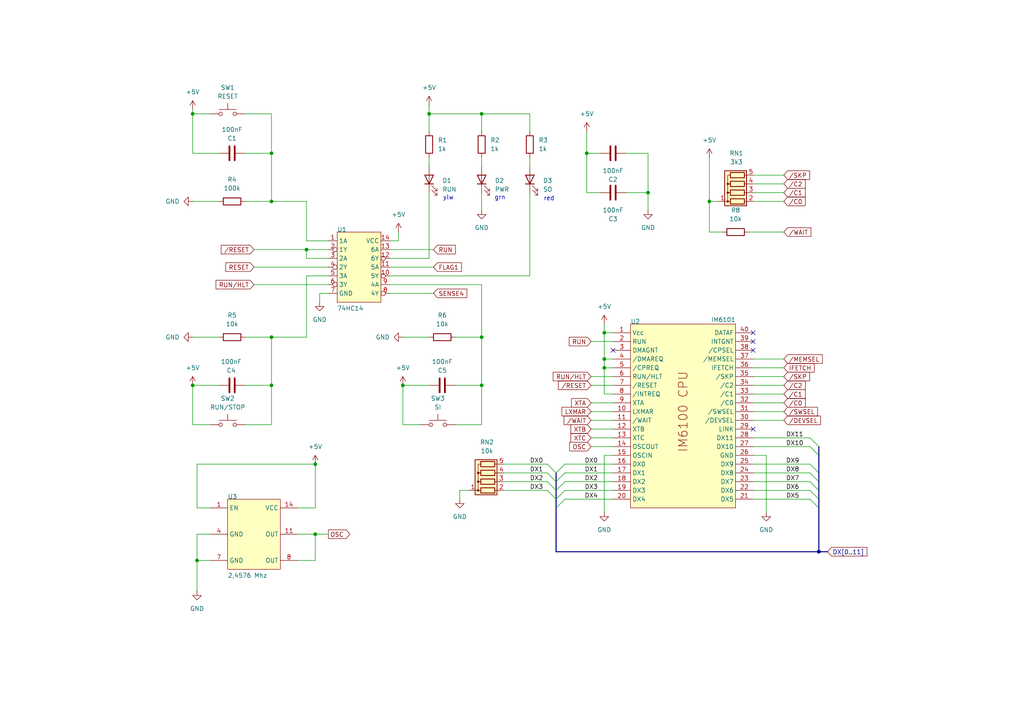
<source format=kicad_sch>
(kicad_sch (version 20250114) (generator "eeschema") (generator_version "9.0")
  (paper "A4")
  (title_block (title "IM6100 SAMPLER mini") (date "2025-04-12"))
  (lib_symbols
    (symbol "Device:C" (pin_numbers (hide yes)) (pin_names (offset 0.254))
      (property "Reference" "C" (at 0.635 2.54 0))
      (property "Value" "C" (at 0.635 -2.54 0))
      (symbol "C_0_1"
        (polyline (pts (xy -2.032 0.762) (xy 2.032 0.762)) (stroke (width 0.508)))
        (polyline (pts (xy -2.032 -0.762) (xy 2.032 -0.762)) (stroke (width 0.508)))
      )
      (symbol "C_1_1"
        (pin passive line (at 0 3.81 270) (length 2.794) (name "~") (number "1"))
        (pin passive line (at 0 -3.81 90) (length 2.794) (name "~") (number "2"))
      )
    )
    (symbol "Device:LED" (pin_numbers (hide yes)) (pin_names (offset 1.016) (hide yes))
      (property "Reference" "D" (at 0 2.54 0))
      (property "Value" "LED" (at 0 -2.54 0))
      (symbol "LED_0_1"
        (polyline (pts (xy -3.048 -0.762) (xy -4.572 -2.286) (xy -3.81 -2.286) (xy -4.572 -2.286) (xy -4.572 -1.524)))
        (polyline (pts (xy -1.778 -0.762) (xy -3.302 -2.286) (xy -2.54 -2.286) (xy -3.302 -2.286) (xy -3.302 -1.524)))
        (polyline (pts (xy -1.27 0) (xy 1.27 0)))
        (polyline (pts (xy -1.27 -1.27) (xy -1.27 1.27)) (stroke (width 0.254)))
        (polyline (pts (xy 1.27 -1.27) (xy 1.27 1.27) (xy -1.27 0) (xy 1.27 -1.27)) (stroke (width 0.254)))
      )
      (symbol "LED_1_1"
        (pin passive line (at -3.81 0 0) (length 2.54) (name "K") (number "1"))
        (pin passive line (at 3.81 0 180) (length 2.54) (name "A") (number "2"))
      )
    )
    (symbol "Device:R" (pin_numbers (hide yes)) (pin_names (offset 0))
      (property "Reference" "R" (at 2.032 0 90))
      (property "Value" "R" (at 0 0 90))
      (symbol "R_0_1"
        (rectangle (start -1.016 -2.54) (end 1.016 2.54) (stroke (width 0.254)))
      )
      (symbol "R_1_1"
        (pin passive line (at 0 3.81 270) (length 1.27) (name "~") (number "1"))
        (pin passive line (at 0 -3.81 90) (length 1.27) (name "~") (number "2"))
      )
    )
    (symbol "Device:R_Network04" (pin_names (offset 0) (hide yes))
      (property "Reference" "RN" (at -7.62 0 90))
      (property "Value" "R_Network04" (at 5.08 0 90))
      (symbol "R_Network04_0_1"
        (rectangle (start -6.35 -3.175) (end 3.81 3.175) (stroke (width 0.254)) (fill (type background)))
        (rectangle (start -5.842 1.524) (end -4.318 -2.54) (stroke (width 0.254)))
        (circle (center -5.08 2.286) (radius 0.254) (fill (type outline)))
        (polyline (pts (xy -5.08 1.524) (xy -5.08 2.286) (xy -2.54 2.286) (xy -2.54 1.524)))
        (polyline (pts (xy -5.08 -2.54) (xy -5.08 -3.81)))
        (rectangle (start -3.302 1.524) (end -1.778 -2.54) (stroke (width 0.254)))
        (circle (center -2.54 2.286) (radius 0.254) (fill (type outline)))
        (polyline (pts (xy -2.54 1.524) (xy -2.54 2.286) (xy 0 2.286) (xy 0 1.524)))
        (polyline (pts (xy -2.54 -2.54) (xy -2.54 -3.81)))
        (rectangle (start -0.762 1.524) (end 0.762 -2.54) (stroke (width 0.254)))
        (circle (center 0 2.286) (radius 0.254) (fill (type outline)))
        (polyline (pts (xy 0 1.524) (xy 0 2.286) (xy 2.54 2.286) (xy 2.54 1.524)))
        (polyline (pts (xy 0 -2.54) (xy 0 -3.81)))
        (rectangle (start 1.778 1.524) (end 3.302 -2.54) (stroke (width 0.254)))
        (polyline (pts (xy 2.54 -2.54) (xy 2.54 -3.81)))
      )
      (symbol "R_Network04_1_1"
        (pin passive line (at -5.08 5.08 270) (length 2.54) (name "common") (number "1"))
        (pin passive line (at -5.08 -5.08 90) (length 1.27) (name "R1") (number "2"))
        (pin passive line (at -2.54 -5.08 90) (length 1.27) (name "R2") (number "3"))
        (pin passive line (at 0 -5.08 90) (length 1.27) (name "R3") (number "4"))
        (pin passive line (at 2.54 -5.08 90) (length 1.27) (name "R4") (number "5"))
      )
    )
    (symbol "IM6100 SAM-easyedapro:74HC14"
      (symbol "74HC14_1_0"
        (rectangle (start -7.62 10.16) (end 5.08 -10.16) (fill (type background)))
        (pin input line (at -10.16 7.62 0) (length 2.54) (name "1A") (number "1"))
        (pin output inverted (at -10.16 5.08 0) (length 2.54) (name "1Y") (number "2"))
        (pin input line (at -10.16 2.54 0) (length 2.54) (name "2A") (number "3"))
        (pin output inverted (at -10.16 0 0) (length 2.54) (name "2Y") (number "4"))
        (pin input line (at -10.16 -2.54 0) (length 2.54) (name "3A") (number "5"))
        (pin output inverted (at -10.16 -5.08 0) (length 2.54) (name "3Y") (number "6"))
        (pin power_in line (at -10.16 -7.62 0) (length 2.54) (name "GND") (number "7"))
        (pin power_in line (at 7.62 7.62 180) (length 2.54) (name "VCC") (number "14"))
        (pin input line (at 7.62 5.08 180) (length 2.54) (name "6A") (number "13"))
        (pin output inverted (at 7.62 2.54 180) (length 2.54) (name "6Y") (number "12"))
        (pin input line (at 7.62 0 180) (length 2.54) (name "5A") (number "11"))
        (pin output inverted (at 7.62 -2.54 180) (length 2.54) (name "5Y") (number "10"))
        (pin input line (at 7.62 -5.08 180) (length 2.54) (name "4A") (number "9"))
        (pin output inverted (at 7.62 -7.62 180) (length 2.54) (name "4Y") (number "8"))
      )
    )
    (symbol "IM6100 SAM-easyedapro:IM6100"
      (symbol "IM6100_1_0"
        (rectangle (start -15.24 25.4) (end 15.24 -27.94) (fill (type background)))
        (text "IM6100 CPU" (at 0 0 900) (effects (font (size 2.54 2.54))))
        (pin power_in line (at -20.32 22.86 0) (length 5.08) (name "Vcc") (number "1"))
        (pin output line (at -20.32 20.32 0) (length 5.08) (name "RUN") (number "2"))
        (pin output line (at -20.32 17.78 0) (length 5.08) (name "DMAGNT") (number "3"))
        (pin input line (at -20.32 15.24 0) (length 5.08) (name "/DMAREQ") (number "4"))
        (pin input line (at -20.32 12.7 0) (length 5.08) (name "/CPREQ") (number "5"))
        (pin input line (at -20.32 10.16 0) (length 5.08) (name "RUN/HLT") (number "6"))
        (pin input line (at -20.32 7.62 0) (length 5.08) (name "/RESET") (number "7"))
        (pin input line (at -20.32 5.08 0) (length 5.08) (name "/INTREQ") (number "8"))
        (pin output line (at -20.32 2.54 0) (length 5.08) (name "XTA") (number "9"))
        (pin output line (at -20.32 0 0) (length 5.08) (name "LXMAR") (number "10"))
        (pin input line (at -20.32 -2.54 0) (length 5.08) (name "/WAIT") (number "11"))
        (pin output line (at -20.32 -5.08 0) (length 5.08) (name "XTB") (number "12"))
        (pin output line (at -20.32 -7.62 0) (length 5.08) (name "XTC") (number "13"))
        (pin input line (at -20.32 -10.16 0) (length 5.08) (name "OSCOUT") (number "14"))
        (pin input line (at -20.32 -12.7 0) (length 5.08) (name "OSCIN") (number "15"))
        (pin tri_state line (at -20.32 -15.24 0) (length 5.08) (name "DX0") (number "16"))
        (pin tri_state line (at -20.32 -17.78 0) (length 5.08) (name "DX1") (number "17"))
        (pin tri_state line (at -20.32 -20.32 0) (length 5.08) (name "DX2") (number "18"))
        (pin tri_state line (at -20.32 -22.86 0) (length 5.08) (name "DX3") (number "19"))
        (pin tri_state line (at -20.32 -25.4 0) (length 5.08) (name "DX4") (number "20"))
        (pin output line (at 20.32 22.86 180) (length 5.08) (name "DATAF") (number "40"))
        (pin output line (at 20.32 20.32 180) (length 5.08) (name "INTGNT") (number "39"))
        (pin output line (at 20.32 17.78 180) (length 5.08) (name "/CPSEL") (number "38"))
        (pin output line (at 20.32 15.24 180) (length 5.08) (name "/MEMSEL") (number "37"))
        (pin output line (at 20.32 12.7 180) (length 5.08) (name "IFETCH") (number "36"))
        (pin input line (at 20.32 10.16 180) (length 5.08) (name "/SKP") (number "35"))
        (pin input line (at 20.32 7.62 180) (length 5.08) (name "/C2") (number "34"))
        (pin input line (at 20.32 5.08 180) (length 5.08) (name "/C1") (number "33"))
        (pin input line (at 20.32 2.54 180) (length 5.08) (name "/C0") (number "32"))
        (pin output line (at 20.32 0 180) (length 5.08) (name "/SWSEL") (number "31"))
        (pin output line (at 20.32 -2.54 180) (length 5.08) (name "/DEVSEL") (number "30"))
        (pin output line (at 20.32 -5.08 180) (length 5.08) (name "LINK") (number "29"))
        (pin tri_state line (at 20.32 -7.62 180) (length 5.08) (name "DX11") (number "28"))
        (pin tri_state line (at 20.32 -10.16 180) (length 5.08) (name "DX10") (number "27"))
        (pin power_in line (at 20.32 -12.7 180) (length 5.08) (name "GND") (number "26"))
        (pin tri_state line (at 20.32 -15.24 180) (length 5.08) (name "DX9") (number "25"))
        (pin tri_state line (at 20.32 -17.78 180) (length 5.08) (name "DX8") (number "24"))
        (pin tri_state line (at 20.32 -20.32 180) (length 5.08) (name "DX7") (number "23"))
        (pin tri_state line (at 20.32 -22.86 180) (length 5.08) (name "DX6") (number "22"))
        (pin tri_state line (at 20.32 -25.4 180) (length 5.08) (name "DX5") (number "21"))
      )
    )
    (symbol "IM6100 SAM-easyedapro:chip oscillator"
      (symbol "chip oscillator_1_0"
        (rectangle (start -7.62 10.16) (end 7.62 -10.16) (fill (type background)))
        (pin input line (at -12.7 7.62 0) (length 5.08) (name "EN") (number "1"))
        (pin power_in line (at -12.7 0 0) (length 5.08) (name "GND") (number "4"))
        (pin power_in line (at -12.7 -7.62 0) (length 5.08) (name "GND") (number "7"))
        (pin power_in line (at 12.7 7.62 180) (length 5.08) (name "VCC") (number "14"))
        (pin output line (at 12.7 0 180) (length 5.08) (name "OUT") (number "11"))
        (pin output line (at 12.7 -7.62 180) (length 5.08) (name "OUT") (number "8"))
      )
    )
    (symbol "Switch:SW_Push" (pin_numbers (hide yes)) (pin_names (offset 1.016) (hide yes))
      (property "Reference" "SW" (at 1.27 2.54 0))
      (property "Value" "SW_Push" (at 0 -1.524 0))
      (symbol "SW_Push_0_1"
        (circle (center -2.032 0) (radius 0.508))
        (polyline (pts (xy 0 1.27) (xy 0 3.048)))
        (circle (center 2.032 0) (radius 0.508))
        (polyline (pts (xy 2.54 1.27) (xy -2.54 1.27)))
        (pin passive line (at -5.08 0 0) (length 2.54) (name "1") (number "1"))
        (pin passive line (at 5.08 0 180) (length 2.54) (name "2") (number "2"))
      )
    )
    (symbol "power:+5V" (power) (pin_numbers (hide yes)) (pin_names (offset 0) (hide yes))
      (property "Value" "+5V" (at 0 3.556 0))
      (symbol "+5V_0_1"
        (polyline (pts (xy -0.762 1.27) (xy 0 2.54)))
        (polyline (pts (xy 0 2.54) (xy 0.762 1.27)))
        (polyline (pts (xy 0 0) (xy 0 2.54)))
      )
      (symbol "+5V_1_1"
        (pin power_in line (at 0 0 90) (length 0) (name "~") (number "1"))
      )
    )
    (symbol "power:GND" (power) (pin_numbers (hide yes)) (pin_names (offset 0) (hide yes))
      (property "Value" "GND" (at 0 -3.81 0))
      (symbol "GND_0_1"
        (polyline (pts (xy 0 0) (xy 0 -1.27) (xy 1.27 -1.27) (xy 0 -2.54) (xy -1.27 -1.27) (xy 0 -1.27)))
      )
      (symbol "GND_1_1"
        (pin power_in line (at 0 0 270) (length 0) (name "~") (number "1"))
      )
    )
  )
  (text "grn" (at 145.034 57.404 0) (effects (font (size 1.27 1.27))))
  (text "ylw" (at 130.048 57.404 0) (effects (font (size 1.27 1.27))))
  (text "red" (at 159.258 57.658 0) (effects (font (size 1.27 1.27))))
  (junction (at 57.15 162.56))
  (junction (at 78.74 44.45))
  (junction (at 78.74 97.79))
  (junction (at 175.26 104.14))
  (junction (at 237.49 160.02))
  (junction (at 139.7 97.79))
  (junction (at 187.96 55.88))
  (junction (at 124.46 33.02))
  (junction (at 205.74 58.42))
  (junction (at 88.9 72.39))
  (junction (at 91.44 134.62))
  (junction (at 55.88 111.76))
  (junction (at 78.74 58.42))
  (junction (at 175.26 106.68))
  (junction (at 175.26 96.52))
  (junction (at 116.84 111.76))
  (junction (at 55.88 33.02))
  (junction (at 139.7 33.02))
  (junction (at 78.74 111.76))
  (junction (at 139.7 111.76))
  (junction (at 170.18 44.45))
  (junction (at 91.44 154.94))
  (no_connect (at 218.44 96.52))
  (no_connect (at 218.44 101.6))
  (no_connect (at 218.44 124.46))
  (no_connect (at 177.8 101.6))
  (no_connect (at 218.44 99.06))
  (bus_entry (at 234.95 142.24) (size 2.54 2.54))
  (bus_entry (at 163.83 142.24) (size -2.54 2.54))
  (bus_entry (at 163.83 134.62) (size -2.54 2.54))
  (bus_entry (at 234.95 127) (size 2.54 2.54))
  (bus_entry (at 161.29 147.32) (size 2.54 -2.54))
  (bus_entry (at 234.95 134.62) (size 2.54 2.54))
  (bus_entry (at 158.75 134.62) (size 2.54 2.54))
  (bus_entry (at 158.75 137.16) (size 2.54 2.54))
  (bus_entry (at 234.95 137.16) (size 2.54 2.54))
  (bus_entry (at 158.75 142.24) (size 2.54 2.54))
  (bus_entry (at 234.95 139.7) (size 2.54 2.54))
  (bus_entry (at 163.83 137.16) (size -2.54 2.54))
  (bus_entry (at 163.83 139.7) (size -2.54 2.54))
  (bus_entry (at 158.75 139.7) (size 2.54 2.54))
  (bus_entry (at 234.95 129.54) (size 2.54 2.54))
  (bus_entry (at 234.95 144.78) (size 2.54 2.54))
  (wire (pts (xy 227.33 104.14) (xy 218.44 104.14)))
  (wire (pts (xy 187.96 60.96) (xy 187.96 55.88)))
  (wire (pts (xy 115.57 69.85) (xy 113.03 69.85)))
  (wire (pts (xy 139.7 82.55) (xy 113.03 82.55)))
  (wire (pts (xy 234.95 137.16) (xy 218.44 137.16)))
  (wire (pts (xy 60.96 154.94) (xy 57.15 154.94)))
  (bus (pts (xy 237.49 139.7) (xy 237.49 142.24)))
  (wire (pts (xy 139.7 111.76) (xy 139.7 123.19)))
  (wire (pts (xy 171.45 121.92) (xy 177.8 121.92)))
  (wire (pts (xy 163.83 142.24) (xy 177.8 142.24)))
  (bus (pts (xy 237.49 142.24) (xy 237.49 144.78)))
  (wire (pts (xy 124.46 33.02) (xy 139.7 33.02)))
  (wire (pts (xy 218.44 111.76) (xy 227.33 111.76)))
  (wire (pts (xy 153.67 55.88) (xy 153.67 80.01)))
  (wire (pts (xy 133.35 144.78) (xy 133.35 142.24)))
  (wire (pts (xy 55.88 44.45) (xy 55.88 33.02)))
  (wire (pts (xy 115.57 67.31) (xy 115.57 69.85)))
  (wire (pts (xy 95.25 82.55) (xy 73.66 82.55)))
  (wire (pts (xy 170.18 44.45) (xy 170.18 38.1)))
  (wire (pts (xy 171.45 109.22) (xy 177.8 109.22)))
  (wire (pts (xy 234.95 139.7) (xy 218.44 139.7)))
  (wire (pts (xy 132.08 123.19) (xy 139.7 123.19)))
  (wire (pts (xy 78.74 97.79) (xy 78.74 111.76)))
  (wire (pts (xy 139.7 45.72) (xy 139.7 48.26)))
  (wire (pts (xy 177.8 129.54) (xy 171.45 129.54)))
  (wire (pts (xy 146.05 137.16) (xy 158.75 137.16)))
  (wire (pts (xy 78.74 123.19) (xy 78.74 111.76)))
  (wire (pts (xy 124.46 45.72) (xy 124.46 48.26)))
  (wire (pts (xy 55.88 58.42) (xy 63.5 58.42)))
  (wire (pts (xy 146.05 142.24) (xy 158.75 142.24)))
  (wire (pts (xy 78.74 58.42) (xy 88.9 58.42)))
  (wire (pts (xy 116.84 97.79) (xy 124.46 97.79)))
  (wire (pts (xy 177.8 114.3) (xy 175.26 114.3)))
  (wire (pts (xy 227.33 119.38) (xy 218.44 119.38)))
  (wire (pts (xy 78.74 97.79) (xy 88.9 97.79)))
  (wire (pts (xy 116.84 111.76) (xy 124.46 111.76)))
  (wire (pts (xy 177.8 132.08) (xy 175.26 132.08)))
  (wire (pts (xy 175.26 96.52) (xy 175.26 93.98)))
  (wire (pts (xy 88.9 72.39) (xy 95.25 72.39)))
  (wire (pts (xy 139.7 97.79) (xy 139.7 82.55)))
  (wire (pts (xy 73.66 72.39) (xy 88.9 72.39)))
  (wire (pts (xy 78.74 111.76) (xy 71.12 111.76)))
  (wire (pts (xy 88.9 80.01) (xy 95.25 80.01)))
  (wire (pts (xy 177.8 104.14) (xy 175.26 104.14)))
  (wire (pts (xy 116.84 123.19) (xy 116.84 111.76)))
  (wire (pts (xy 55.88 44.45) (xy 63.5 44.45)))
  (wire (pts (xy 88.9 69.85) (xy 95.25 69.85)))
  (wire (pts (xy 146.05 139.7) (xy 158.75 139.7)))
  (wire (pts (xy 91.44 154.94) (xy 95.25 154.94)))
  (wire (pts (xy 88.9 74.93) (xy 88.9 72.39)))
  (wire (pts (xy 57.15 147.32) (xy 60.96 147.32)))
  (wire (pts (xy 78.74 44.45) (xy 78.74 58.42)))
  (wire (pts (xy 170.18 55.88) (xy 170.18 44.45)))
  (wire (pts (xy 95.25 74.93) (xy 88.9 74.93)))
  (wire (pts (xy 163.83 137.16) (xy 177.8 137.16)))
  (wire (pts (xy 55.88 33.02) (xy 60.96 33.02)))
  (wire (pts (xy 78.74 123.19) (xy 71.12 123.19)))
  (wire (pts (xy 121.92 123.19) (xy 116.84 123.19)))
  (wire (pts (xy 177.8 106.68) (xy 175.26 106.68)))
  (bus (pts (xy 161.29 160.02) (xy 237.49 160.02)))
  (wire (pts (xy 113.03 77.47) (xy 125.73 77.47)))
  (wire (pts (xy 71.12 44.45) (xy 78.74 44.45)))
  (wire (pts (xy 173.99 55.88) (xy 170.18 55.88)))
  (wire (pts (xy 91.44 162.56) (xy 86.36 162.56)))
  (wire (pts (xy 222.25 132.08) (xy 222.25 148.59)))
  (wire (pts (xy 124.46 55.88) (xy 124.46 74.93)))
  (wire (pts (xy 92.71 85.09) (xy 92.71 87.63)))
  (bus (pts (xy 161.29 137.16) (xy 161.29 139.7)))
  (wire (pts (xy 55.88 111.76) (xy 63.5 111.76)))
  (wire (pts (xy 205.74 67.31) (xy 209.55 67.31)))
  (wire (pts (xy 139.7 55.88) (xy 139.7 60.96)))
  (wire (pts (xy 205.74 45.72) (xy 205.74 58.42)))
  (wire (pts (xy 181.61 55.88) (xy 187.96 55.88)))
  (wire (pts (xy 139.7 33.02) (xy 139.7 38.1)))
  (wire (pts (xy 227.33 106.68) (xy 218.44 106.68)))
  (bus (pts (xy 237.49 129.54) (xy 237.49 132.08)))
  (wire (pts (xy 171.45 99.06) (xy 177.8 99.06)))
  (wire (pts (xy 205.74 58.42) (xy 205.74 67.31)))
  (wire (pts (xy 57.15 134.62) (xy 57.15 147.32)))
  (wire (pts (xy 55.88 97.79) (xy 63.5 97.79)))
  (wire (pts (xy 113.03 74.93) (xy 124.46 74.93)))
  (bus (pts (xy 237.49 132.08) (xy 237.49 137.16)))
  (wire (pts (xy 217.17 67.31) (xy 227.33 67.31)))
  (wire (pts (xy 132.08 111.76) (xy 139.7 111.76)))
  (wire (pts (xy 171.45 111.76) (xy 177.8 111.76)))
  (bus (pts (xy 161.29 147.32) (xy 161.29 160.02)))
  (wire (pts (xy 173.99 44.45) (xy 170.18 44.45)))
  (wire (pts (xy 218.44 53.34) (xy 227.33 53.34)))
  (bus (pts (xy 161.29 139.7) (xy 161.29 142.24)))
  (wire (pts (xy 78.74 33.02) (xy 71.12 33.02)))
  (wire (pts (xy 163.83 134.62) (xy 177.8 134.62)))
  (wire (pts (xy 146.05 134.62) (xy 158.75 134.62)))
  (wire (pts (xy 55.88 31.75) (xy 55.88 33.02)))
  (wire (pts (xy 78.74 58.42) (xy 71.12 58.42)))
  (wire (pts (xy 139.7 111.76) (xy 139.7 97.79)))
  (bus (pts (xy 237.49 137.16) (xy 237.49 139.7)))
  (wire (pts (xy 78.74 33.02) (xy 78.74 44.45)))
  (wire (pts (xy 153.67 48.26) (xy 153.67 45.72)))
  (wire (pts (xy 71.12 97.79) (xy 78.74 97.79)))
  (wire (pts (xy 234.95 134.62) (xy 218.44 134.62)))
  (wire (pts (xy 73.66 77.47) (xy 95.25 77.47)))
  (wire (pts (xy 175.26 104.14) (xy 175.26 96.52)))
  (wire (pts (xy 177.8 119.38) (xy 171.45 119.38)))
  (wire (pts (xy 95.25 85.09) (xy 92.71 85.09)))
  (bus (pts (xy 237.49 160.02) (xy 240.03 160.02)))
  (wire (pts (xy 171.45 124.46) (xy 177.8 124.46)))
  (wire (pts (xy 234.95 142.24) (xy 218.44 142.24)))
  (wire (pts (xy 91.44 154.94) (xy 91.44 162.56)))
  (wire (pts (xy 113.03 85.09) (xy 125.73 85.09)))
  (wire (pts (xy 86.36 147.32) (xy 91.44 147.32)))
  (wire (pts (xy 227.33 109.22) (xy 218.44 109.22)))
  (wire (pts (xy 218.44 116.84) (xy 227.33 116.84)))
  (wire (pts (xy 86.36 154.94) (xy 91.44 154.94)))
  (wire (pts (xy 153.67 33.02) (xy 153.67 38.1)))
  (wire (pts (xy 175.26 106.68) (xy 175.26 104.14)))
  (wire (pts (xy 153.67 33.02) (xy 139.7 33.02)))
  (wire (pts (xy 55.88 123.19) (xy 60.96 123.19)))
  (wire (pts (xy 227.33 50.8) (xy 218.44 50.8)))
  (bus (pts (xy 237.49 144.78) (xy 237.49 147.32)))
  (wire (pts (xy 227.33 114.3) (xy 218.44 114.3)))
  (wire (pts (xy 139.7 97.79) (xy 132.08 97.79)))
  (wire (pts (xy 187.96 44.45) (xy 187.96 55.88)))
  (wire (pts (xy 88.9 97.79) (xy 88.9 80.01)))
  (wire (pts (xy 171.45 116.84) (xy 177.8 116.84)))
  (wire (pts (xy 218.44 58.42) (xy 227.33 58.42)))
  (wire (pts (xy 91.44 147.32) (xy 91.44 134.62)))
  (wire (pts (xy 177.8 96.52) (xy 175.26 96.52)))
  (wire (pts (xy 175.26 132.08) (xy 175.26 148.59)))
  (wire (pts (xy 124.46 33.02) (xy 124.46 38.1)))
  (wire (pts (xy 227.33 55.88) (xy 218.44 55.88)))
  (bus (pts (xy 237.49 147.32) (xy 237.49 160.02)))
  (bus (pts (xy 161.29 142.24) (xy 161.29 144.78)))
  (wire (pts (xy 181.61 44.45) (xy 187.96 44.45)))
  (wire (pts (xy 177.8 127) (xy 171.45 127)))
  (wire (pts (xy 57.15 154.94) (xy 57.15 162.56)))
  (wire (pts (xy 113.03 72.39) (xy 125.73 72.39)))
  (wire (pts (xy 175.26 114.3) (xy 175.26 106.68)))
  (wire (pts (xy 133.35 142.24) (xy 135.89 142.24)))
  (wire (pts (xy 91.44 134.62) (xy 57.15 134.62)))
  (wire (pts (xy 234.95 144.78) (xy 218.44 144.78)))
  (wire (pts (xy 60.96 162.56) (xy 57.15 162.56)))
  (wire (pts (xy 227.33 121.92) (xy 218.44 121.92)))
  (wire (pts (xy 205.74 58.42) (xy 208.28 58.42)))
  (bus (pts (xy 161.29 144.78) (xy 161.29 147.32)))
  (wire (pts (xy 124.46 33.02) (xy 124.46 30.48)))
  (wire (pts (xy 57.15 171.45) (xy 57.15 162.56)))
  (wire (pts (xy 55.88 111.76) (xy 55.88 123.19)))
  (wire (pts (xy 163.83 139.7) (xy 177.8 139.7)))
  (wire (pts (xy 218.44 132.08) (xy 222.25 132.08)))
  (wire (pts (xy 234.95 127) (xy 218.44 127)))
  (wire (pts (xy 153.67 80.01) (xy 113.03 80.01)))
  (wire (pts (xy 234.95 129.54) (xy 218.44 129.54)))
  (wire (pts (xy 88.9 58.42) (xy 88.9 69.85)))
  (wire (pts (xy 163.83 144.78) (xy 177.8 144.78)))
  (label "DX7" (at 227.965 139.7 0))
  (label "DX8" (at 227.965 137.16 0))
  (label "DX1" (at 169.545 137.16 0))
  (label "DX3" (at 169.545 142.24 0))
  (label "DX2" (at 169.545 139.7 0))
  (label "DX5" (at 227.965 144.78 0))
  (label "DX4" (at 169.545 144.78 0))
  (label "DX9" (at 227.965 134.62 0))
  (label "DX11" (at 227.965 127 0))
  (label "DX6" (at 227.965 142.24 0))
  (label "DX3" (at 153.67 142.24 0))
  (label "DX0" (at 169.545 134.62 0))
  (label "DX2" (at 153.67 139.7 0))
  (label "DX0" (at 153.67 134.62 0))
  (label "DX1" (at 153.67 137.16 0))
  (label "DX10" (at 227.965 129.54 0))
  (global_label "RUN" (shape input) (at 171.45 99.06 180) (property "Intersheetrefs" "${INTERSHEET_REFS}" (effects (hide yes))))
  (global_label "RUN/HLT" (shape input) (at 171.45 109.22 180) (property "Intersheetrefs" "${INTERSHEET_REFS}" (effects (hide yes))))
  (global_label "/C1" (shape input) (at 227.33 114.3 0) (property "Intersheetrefs" "${INTERSHEET_REFS}" (effects (hide yes))))
  (global_label "{slash}WAIT" (shape input) (at 171.45 121.92 180) (property "Intersheetrefs" "${INTERSHEET_REFS}" (effects (hide yes))))
  (global_label "/C0" (shape input) (at 227.33 58.42 0) (property "Intersheetrefs" "${INTERSHEET_REFS}" (effects (hide yes))))
  (global_label "/C0" (shape input) (at 227.33 116.84 0) (property "Intersheetrefs" "${INTERSHEET_REFS}" (effects (hide yes))))
  (global_label "/RESET" (shape input) (at 171.45 111.76 180) (property "Intersheetrefs" "${INTERSHEET_REFS}" (effects (hide yes))))
  (global_label "/RESET" (shape input) (at 73.66 72.39 180) (property "Intersheetrefs" "${INTERSHEET_REFS}" (effects (hide yes))))
  (global_label "/SWSEL" (shape input) (at 227.33 119.38 0) (property "Intersheetrefs" "${INTERSHEET_REFS}" (effects (hide yes))))
  (global_label "/DEVSEL" (shape input) (at 227.33 121.92 0) (property "Intersheetrefs" "${INTERSHEET_REFS}" (effects (hide yes))))
  (global_label "RUN" (shape input) (at 125.73 72.39 0) (property "Intersheetrefs" "${INTERSHEET_REFS}" (effects (hide yes))))
  (global_label "/C1" (shape input) (at 227.33 55.88 0) (property "Intersheetrefs" "${INTERSHEET_REFS}" (effects (hide yes))))
  (global_label "/SKP" (shape input) (at 227.33 109.22 0) (property "Intersheetrefs" "${INTERSHEET_REFS}" (effects (hide yes))))
  (global_label "{slash}WAIT" (shape input) (at 227.33 67.31 0) (property "Intersheetrefs" "${INTERSHEET_REFS}" (effects (hide yes))))
  (global_label "OSC" (shape input) (at 171.45 129.54 180) (property "Intersheetrefs" "${INTERSHEET_REFS}" (effects (hide yes))))
  (global_label "/C2" (shape input) (at 227.33 111.76 0) (property "Intersheetrefs" "${INTERSHEET_REFS}" (effects (hide yes))))
  (global_label "XTB" (shape input) (at 171.45 124.46 180) (property "Intersheetrefs" "${INTERSHEET_REFS}" (effects (hide yes))))
  (global_label "/SKP" (shape input) (at 227.33 50.8 0) (property "Intersheetrefs" "${INTERSHEET_REFS}" (effects (hide yes))))
  (global_label "XTC" (shape input) (at 171.45 127 180) (property "Intersheetrefs" "${INTERSHEET_REFS}" (effects (hide yes))))
  (global_label "RESET" (shape input) (at 73.66 77.47 180) (property "Intersheetrefs" "${INTERSHEET_REFS}" (effects (hide yes))))
  (global_label "LXMAR" (shape input) (at 171.45 119.38 180) (property "Intersheetrefs" "${INTERSHEET_REFS}" (effects (hide yes))))
  (global_label "OSC" (shape output) (at 95.25 154.94 0) (property "Intersheetrefs" "${INTERSHEET_REFS}" (effects (hide yes))))
  (global_label "SENSE4" (shape input) (at 125.73 85.09 0) (property "Intersheetrefs" "${INTERSHEET_REFS}" (effects (hide yes))))
  (global_label "XTA" (shape input) (at 171.45 116.84 180) (property "Intersheetrefs" "${INTERSHEET_REFS}" (effects (hide yes))))
  (global_label "FLAG1" (shape input) (at 125.73 77.47 0) (property "Intersheetrefs" "${INTERSHEET_REFS}" (effects (hide yes))))
  (global_label "RUN/HLT" (shape input) (at 73.66 82.55 180) (property "Intersheetrefs" "${INTERSHEET_REFS}" (effects (hide yes))))
  (global_label "DX[0..11]" (shape input) (at 240.03 160.02 0) (property "Intersheetrefs" "${INTERSHEET_REFS}" (effects (hide yes))))
  (global_label "/MEMSEL" (shape input) (at 227.33 104.14 0) (property "Intersheetrefs" "${INTERSHEET_REFS}" (effects (hide yes))))
  (global_label "/C2" (shape input) (at 227.33 53.34 0) (property "Intersheetrefs" "${INTERSHEET_REFS}" (effects (hide yes))))
  (global_label "IFETCH" (shape input) (at 227.33 106.68 0) (property "Intersheetrefs" "${INTERSHEET_REFS}" (effects (hide yes))))
  (symbol (lib_id "Device:R") (at 153.67 41.91 0) (unit 1)
    (property "Reference" "R3" (at 156.21 40.6399 0) (effects (justify left)))
    (property "Value" "1k" (at 156.21 43.1799 0) (effects (justify left)))
    (property "Footprint" "Resistor_THT:R_Axial_DIN0207_L6.3mm_D2.5mm_P7.62mm_Horizontal" (effects (hide yes)))
    (property "Description" "Resistor" (effects (hide yes)))
  )
  (symbol (lib_id "power:GND") (at 133.35 144.78 0) (unit 1)
    (property "Reference" "#PWR016" (effects (hide yes)))
    (property "Value" "GND" (at 133.35 149.86 0))
    (property "Description" "Power symbol creates a global label with name \"GND\" , ground" (effects (hide yes)))
  )
  (symbol (lib_id "Device:C") (at 177.8 55.88 270) (unit 1)
    (property "Reference" "C3" (at 177.8 63.5 90))
    (property "Value" "100nF" (at 177.8 60.96 90))
    (property "Footprint" "Capacitor_THT:C_Disc_D5.0mm_W2.5mm_P2.50mm" (effects (hide yes)))
    (property "Description" "Unpolarized capacitor" (effects (hide yes)))
  )
  (symbol (lib_id "Device:C") (at 128.27 111.76 270) (unit 1)
    (property "Reference" "C5" (at 128.27 107.442 90))
    (property "Value" "100nF" (at 128.27 104.902 90))
    (property "Footprint" "Capacitor_THT:C_Disc_D5.0mm_W2.5mm_P2.50mm" (effects (hide yes)))
    (property "Description" "Unpolarized capacitor" (effects (hide yes)))
  )
  (symbol (lib_id "power:+5V") (at 55.88 111.76 0) (unit 1)
    (property "Reference" "#PWR013" (effects (hide yes)))
    (property "Value" "+5V" (at 55.88 106.68 0))
    (property "Description" "Power symbol creates a global label with name \"+5V\"" (effects (hide yes)))
  )
  (symbol (lib_id "power:GND") (at 55.88 58.42 270) (unit 1)
    (property "Reference" "#PWR05" (effects (hide yes)))
    (property "Value" "GND" (at 52.07 58.4199 90) (effects (justify right)))
    (property "Description" "Power symbol creates a global label with name \"GND\" , ground" (effects (hide yes)))
  )
  (symbol (lib_id "Device:C") (at 67.31 111.76 270) (unit 1)
    (property "Reference" "C4" (at 67.056 107.442 90))
    (property "Value" "100nF" (at 67.056 104.902 90))
    (property "Footprint" "Capacitor_THT:C_Disc_D5.0mm_W2.5mm_P2.50mm" (effects (hide yes)))
    (property "Description" "Unpolarized capacitor" (effects (hide yes)))
  )
  (symbol (lib_id "power:GND") (at 187.96 60.96 0) (unit 1)
    (property "Reference" "#PWR07" (effects (hide yes)))
    (property "Value" "GND" (at 187.96 66.04 0))
    (property "Description" "Power symbol creates a global label with name \"GND\" , ground" (effects (hide yes)))
  )
  (symbol (lib_id "IM6100 SAM-easyedapro:74HC14") (at 105.41 77.47 0) (unit 1)
    (property "Reference" "U1" (at 97.79 67.31 0) (effects (justify left bottom)))
    (property "Value" "74HC14" (at 97.79 90.17 0) (effects (justify left bottom)))
    (property "Footprint" "Package_DIP:DIP-14_W7.62mm_Socket" (effects (hide yes)))
    (property "Datasheet" "https://atta.szlcsc.com/upload/public/pdf/source/20220119/8A6DF41F34F70AE1B9D56EBF7D41DE0F.pdf" (effects (hide yes)))
    (property "Description" "Input Type:Schmitt Trigger Voltage - Supply:2V~6V Voltage - Supply:2V~6V Current - Supply:2uA Number of Circuits:6 Operating Temperature:-40°C~+85°C Operating Temperature:-40°C~+85°C" (effects (hide yes)))
    (property "Manufacturer Part" " " (effects (hide yes)))
    (property "Manufacturer" " " (effects (hide yes)))
    (property "Supplier Part" " " (effects (hide yes)))
    (property "Supplier" " " (effects (hide yes)))
    (property "LCSC Part Name" " " (effects (hide yes)))
  )
  (symbol (lib_id "power:GND") (at 139.7 60.96 0) (unit 1)
    (property "Reference" "#PWR06" (effects (hide yes)))
    (property "Value" "GND" (at 139.7 66.04 0))
    (property "Description" "Power symbol creates a global label with name \"GND\" , ground" (effects (hide yes)))
  )
  (symbol (lib_id "Device:R") (at 124.46 41.91 0) (unit 1)
    (property "Reference" "R1" (at 127 40.6399 0) (effects (justify left)))
    (property "Value" "1k" (at 127 43.1799 0) (effects (justify left)))
    (property "Footprint" "Resistor_THT:R_Axial_DIN0207_L6.3mm_D2.5mm_P7.62mm_Horizontal" (effects (hide yes)))
    (property "Description" "Resistor" (effects (hide yes)))
  )
  (symbol (lib_id "Switch:SW_Push") (at 66.04 33.02 0) (unit 1)
    (property "Reference" "SW1" (at 66.04 25.4 0))
    (property "Value" "RESET" (at 66.04 27.94 0))
    (property "Footprint" "Button_Switch_THT:SW_PUSH_1P1T_6x3.5mm_H5.0_APEM_MJTP1250" (effects (hide yes)))
    (property "Description" "Push button switch, generic, two pins" (effects (hide yes)))
  )
  (symbol (lib_id "Device:LED") (at 139.7 52.07 90) (unit 1)
    (property "Reference" "D2" (at 143.51 52.3874 90) (effects (justify right)))
    (property "Value" "PWR" (at 143.51 54.9274 90) (effects (justify right)))
    (property "Footprint" "LED_THT:LED_D3.0mm" (effects (hide yes)))
    (property "Description" "Light emitting diode" (effects (hide yes)))
    (property "Sim.Pins" "1=K 2=A" (effects (hide yes)))
  )
  (symbol (lib_id "Device:R") (at 67.31 58.42 90) (unit 1)
    (property "Reference" "R4" (at 67.31 52.07 90))
    (property "Value" "100k" (at 67.31 54.61 90))
    (property "Footprint" "Resistor_THT:R_Axial_DIN0207_L6.3mm_D2.5mm_P7.62mm_Horizontal" (effects (hide yes)))
    (property "Description" "Resistor" (effects (hide yes)))
  )
  (symbol (lib_id "power:+5V") (at 116.84 111.76 0) (unit 1)
    (property "Reference" "#PWR014" (effects (hide yes)))
    (property "Value" "+5V" (at 116.84 106.68 0))
    (property "Description" "Power symbol creates a global label with name \"+5V\"" (effects (hide yes)))
  )
  (symbol (lib_id "IM6100 SAM-easyedapro:IM6100") (at 198.12 119.38 0) (unit 1)
    (property "Reference" "U2" (at 182.88 93.98 0) (effects (justify left bottom)))
    (property "Value" "IM6101" (at 206.248 93.472 0) (effects (justify left bottom)))
    (property "Footprint" "Package_DIP:DIP-40_W15.24mm_Socket" (effects (hide yes)))
    (property "Description" "Intersil IM6100 CMOS 12bit microprocessor (PDP-8 compatible)" (effects (hide yes)))
  )
  (symbol (lib_id "Device:R") (at 67.31 97.79 90) (unit 1)
    (property "Reference" "R5" (at 67.31 91.44 90))
    (property "Value" "10k" (at 67.31 93.98 90))
    (property "Footprint" "Resistor_THT:R_Axial_DIN0207_L6.3mm_D2.5mm_P7.62mm_Horizontal" (effects (hide yes)))
    (property "Description" "Resistor" (effects (hide yes)))
  )
  (symbol (lib_id "power:+5V") (at 55.88 31.75 0) (unit 1)
    (property "Reference" "#PWR02" (effects (hide yes)))
    (property "Value" "+5V" (at 55.88 26.67 0))
    (property "Description" "Power symbol creates a global label with name \"+5V\"" (effects (hide yes)))
  )
  (symbol (lib_id "power:+5V") (at 124.46 30.48 0) (unit 1)
    (property "Reference" "#PWR01" (effects (hide yes)))
    (property "Value" "+5V" (at 124.46 25.4 0))
    (property "Description" "Power symbol creates a global label with name \"+5V\"" (effects (hide yes)))
  )
  (symbol (lib_id "power:+5V") (at 170.18 38.1 0) (unit 1)
    (property "Reference" "#PWR03" (effects (hide yes)))
    (property "Value" "+5V" (at 170.18 33.02 0))
    (property "Description" "Power symbol creates a global label with name \"+5V\"" (effects (hide yes)))
  )
  (symbol (lib_id "power:GND") (at 92.71 87.63 0) (unit 1)
    (property "Reference" "#PWR09" (effects (hide yes)))
    (property "Value" "GND" (at 92.71 92.71 0))
    (property "Description" "Power symbol creates a global label with name \"GND\" , ground" (effects (hide yes)))
  )
  (symbol (lib_id "power:GND") (at 175.26 148.59 0) (unit 1)
    (property "Reference" "#PWR017" (effects (hide yes)))
    (property "Value" "GND" (at 175.26 153.67 0))
    (property "Description" "Power symbol creates a global label with name \"GND\" , ground" (effects (hide yes)))
  )
  (symbol (lib_id "Device:R") (at 128.27 97.79 90) (unit 1)
    (property "Reference" "R6" (at 128.27 91.44 90))
    (property "Value" "10k" (at 128.27 93.98 90))
    (property "Footprint" "Resistor_THT:R_Axial_DIN0207_L6.3mm_D2.5mm_P7.62mm_Horizontal" (effects (hide yes)))
    (property "Description" "Resistor" (effects (hide yes)))
  )
  (symbol (lib_id "Device:C") (at 177.8 44.45 270) (unit 1)
    (property "Reference" "C2" (at 177.8 52.07 90))
    (property "Value" "100nF" (at 177.8 49.53 90))
    (property "Footprint" "Capacitor_THT:C_Disc_D5.0mm_W2.5mm_P2.50mm" (effects (hide yes)))
    (property "Description" "Unpolarized capacitor" (effects (hide yes)))
  )
  (symbol (lib_id "power:+5V") (at 175.26 93.98 0) (unit 1)
    (property "Reference" "#PWR010" (effects (hide yes)))
    (property "Value" "+5V" (at 175.26 88.9 0))
    (property "Description" "Power symbol creates a global label with name \"+5V\"" (effects (hide yes)))
  )
  (symbol (lib_id "power:GND") (at 222.25 148.59 0) (unit 1)
    (property "Reference" "#PWR018" (effects (hide yes)))
    (property "Value" "GND" (at 222.25 153.67 0))
    (property "Description" "Power symbol creates a global label with name \"GND\" , ground" (effects (hide yes)))
  )
  (symbol (lib_id "Device:C") (at 67.31 44.45 270) (unit 1)
    (property "Reference" "C1" (at 67.31 40.132 90))
    (property "Value" "100nF" (at 67.31 37.592 90))
    (property "Footprint" "Capacitor_THT:C_Disc_D5.0mm_W2.5mm_P2.50mm" (effects (hide yes)))
    (property "Description" "Unpolarized capacitor" (effects (hide yes)))
  )
  (symbol (lib_id "power:+5V") (at 205.74 45.72 0) (unit 1)
    (property "Reference" "#PWR04" (effects (hide yes)))
    (property "Value" "+5V" (at 205.74 40.64 0))
    (property "Description" "Power symbol creates a global label with name \"+5V\"" (effects (hide yes)))
  )
  (symbol (lib_id "Device:LED") (at 124.46 52.07 90) (unit 1)
    (property "Reference" "D1" (at 128.27 52.3874 90) (effects (justify right)))
    (property "Value" "RUN" (at 128.27 54.9274 90) (effects (justify right)))
    (property "Footprint" "LED_THT:LED_D3.0mm" (effects (hide yes)))
    (property "Description" "Light emitting diode" (effects (hide yes)))
    (property "Sim.Pins" "1=K 2=A" (effects (hide yes)))
  )
  (symbol (lib_id "Switch:SW_Push") (at 127 123.19 0) (unit 1)
    (property "Reference" "SW3" (at 127 115.57 0))
    (property "Value" "SI" (at 127 118.11 0))
    (property "Footprint" "Button_Switch_THT:SW_PUSH_1P1T_6x3.5mm_H5.0_APEM_MJTP1250" (effects (hide yes)))
    (property "Description" "Push button switch, generic, two pins" (effects (hide yes)))
  )
  (symbol (lib_id "Device:R") (at 139.7 41.91 0) (unit 1)
    (property "Reference" "R2" (at 142.24 40.6399 0) (effects (justify left)))
    (property "Value" "1k" (at 142.24 43.1799 0) (effects (justify left)))
    (property "Footprint" "Resistor_THT:R_Axial_DIN0207_L6.3mm_D2.5mm_P7.62mm_Horizontal" (effects (hide yes)))
    (property "Description" "Resistor" (effects (hide yes)))
  )
  (symbol (lib_id "Switch:SW_Push") (at 66.04 123.19 0) (unit 1)
    (property "Reference" "SW2" (at 66.04 115.57 0))
    (property "Value" "RUN/STOP" (at 66.04 118.11 0))
    (property "Footprint" "Button_Switch_THT:SW_PUSH_1P1T_6x3.5mm_H5.0_APEM_MJTP1250" (effects (hide yes)))
    (property "Description" "Push button switch, generic, two pins" (effects (hide yes)))
  )
  (symbol (lib_id "Device:LED") (at 153.67 52.07 90) (unit 1)
    (property "Reference" "D3" (at 157.48 52.3874 90) (effects (justify right)))
    (property "Value" "SO" (at 157.48 54.9274 90) (effects (justify right)))
    (property "Footprint" "LED_THT:LED_D3.0mm" (effects (hide yes)))
    (property "Description" "Light emitting diode" (effects (hide yes)))
    (property "Sim.Pins" "1=K 2=A" (effects (hide yes)))
  )
  (symbol (lib_id "power:+5V") (at 115.57 67.31 0) (unit 1)
    (property "Reference" "#PWR08" (effects (hide yes)))
    (property "Value" "+5V" (at 115.57 62.23 0))
    (property "Description" "Power symbol creates a global label with name \"+5V\"" (effects (hide yes)))
  )
  (symbol (lib_id "power:+5V") (at 91.44 134.62 0) (unit 1)
    (property "Reference" "#PWR015" (effects (hide yes)))
    (property "Value" "+5V" (at 91.44 129.54 0))
    (property "Description" "Power symbol creates a global label with name \"+5V\"" (effects (hide yes)))
  )
  (symbol (lib_id "Device:R_Network04") (at 213.36 53.34 90) (unit 1)
    (property "Reference" "RN1" (at 213.614 44.45 90))
    (property "Value" "3k3" (at 213.614 46.99 90))
    (property "Footprint" "Resistor_THT:R_Array_SIP5" (effects (hide yes)))
    (property "Datasheet" "http://www.vishay.com/docs/31509/csc.pdf" (effects (hide yes)))
    (property "Description" "4 resistor network, star topology, bussed resistors, small symbol" (effects (hide yes)))
  )
  (symbol (lib_id "Device:R_Network04") (at 140.97 137.16 90) (unit 1)
    (property "Reference" "RN2" (at 141.224 128.27 90))
    (property "Value" "10k" (at 141.224 130.81 90))
    (property "Footprint" "Resistor_THT:R_Array_SIP5" (effects (hide yes)))
    (property "Datasheet" "http://www.vishay.com/docs/31509/csc.pdf" (effects (hide yes)))
    (property "Description" "4 resistor network, star topology, bussed resistors, small symbol" (effects (hide yes)))
  )
  (symbol (lib_id "Device:R") (at 213.36 67.31 90) (unit 1)
    (property "Reference" "R8" (at 213.36 60.96 90))
    (property "Value" "10k" (at 213.36 63.5 90))
    (property "Footprint" "Resistor_THT:R_Axial_DIN0207_L6.3mm_D2.5mm_P7.62mm_Horizontal" (effects (hide yes)))
    (property "Description" "Resistor" (effects (hide yes)))
  )
  (symbol (lib_id "power:GND") (at 116.84 97.79 270) (unit 1)
    (property "Reference" "#PWR012" (effects (hide yes)))
    (property "Value" "GND" (at 113.03 97.7899 90) (effects (justify right)))
    (property "Description" "Power symbol creates a global label with name \"GND\" , ground" (effects (hide yes)))
  )
  (symbol (lib_id "power:GND") (at 57.15 171.45 0) (unit 1)
    (property "Reference" "#PWR019" (effects (hide yes)))
    (property "Value" "GND" (at 57.15 176.53 0))
    (property "Description" "Power symbol creates a global label with name \"GND\" , ground" (effects (hide yes)))
  )
  (symbol (lib_id "IM6100 SAM-easyedapro:chip oscillator") (at 73.66 154.94 0) (unit 1)
    (property "Reference" "U3" (at 66.04 144.78 0) (effects (justify left bottom)))
    (property "Value" "2,4576 Mhz" (at 66.04 167.64 0) (effects (justify left bottom)))
    (property "Footprint" "Package_DIP:DIP-14_W7.62mm_Socket" (effects (hide yes)))
    (property "Description" "chip oscillator in DIL package" (effects (hide yes)))
  )
  (symbol (lib_id "power:GND") (at 55.88 97.79 270) (unit 1)
    (property "Reference" "#PWR011" (effects (hide yes)))
    (property "Value" "GND" (at 52.07 97.7899 90) (effects (justify right)))
    (property "Description" "Power symbol creates a global label with name \"GND\" , ground" (effects (hide yes)))
  )
)
</source>
